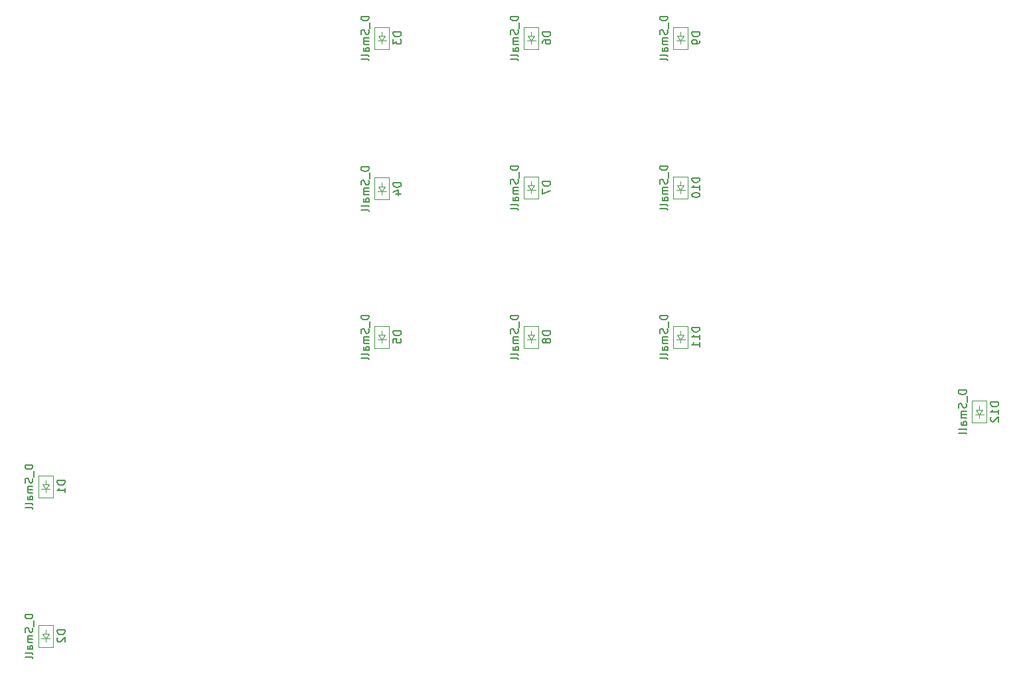
<source format=gbr>
%TF.GenerationSoftware,KiCad,Pcbnew,(5.1.9-0-10_14)*%
%TF.CreationDate,2021-04-17T16:13:15+09:00*%
%TF.ProjectId,IKIDS,494b4944-532e-46b6-9963-61645f706362,rev?*%
%TF.SameCoordinates,Original*%
%TF.FileFunction,Other,Fab,Bot*%
%FSLAX46Y46*%
G04 Gerber Fmt 4.6, Leading zero omitted, Abs format (unit mm)*
G04 Created by KiCad (PCBNEW (5.1.9-0-10_14)) date 2021-04-17 16:13:15*
%MOMM*%
%LPD*%
G01*
G04 APERTURE LIST*
%ADD10C,0.100000*%
%ADD11C,0.150000*%
G04 APERTURE END LIST*
D10*
%TO.C,D12*%
X212725000Y-115637500D02*
X212725000Y-115137500D01*
X212325000Y-115637500D02*
X212725000Y-116237500D01*
X213125000Y-115637500D02*
X212325000Y-115637500D01*
X212725000Y-116237500D02*
X213125000Y-115637500D01*
X212725000Y-116237500D02*
X212175000Y-116237500D01*
X212725000Y-116237500D02*
X213275000Y-116237500D01*
X212725000Y-116637500D02*
X212725000Y-116237500D01*
X211825000Y-117287500D02*
X213625000Y-117287500D01*
X211825000Y-114487500D02*
X211825000Y-117287500D01*
X213625000Y-114487500D02*
X211825000Y-114487500D01*
X213625000Y-117287500D02*
X213625000Y-114487500D01*
%TO.C,D11*%
X174625000Y-106112500D02*
X174625000Y-105612500D01*
X174225000Y-106112500D02*
X174625000Y-106712500D01*
X175025000Y-106112500D02*
X174225000Y-106112500D01*
X174625000Y-106712500D02*
X175025000Y-106112500D01*
X174625000Y-106712500D02*
X174075000Y-106712500D01*
X174625000Y-106712500D02*
X175175000Y-106712500D01*
X174625000Y-107112500D02*
X174625000Y-106712500D01*
X173725000Y-107762500D02*
X175525000Y-107762500D01*
X173725000Y-104962500D02*
X173725000Y-107762500D01*
X175525000Y-104962500D02*
X173725000Y-104962500D01*
X175525000Y-107762500D02*
X175525000Y-104962500D01*
%TO.C,D10*%
X174625000Y-87062500D02*
X174625000Y-86562500D01*
X174225000Y-87062500D02*
X174625000Y-87662500D01*
X175025000Y-87062500D02*
X174225000Y-87062500D01*
X174625000Y-87662500D02*
X175025000Y-87062500D01*
X174625000Y-87662500D02*
X174075000Y-87662500D01*
X174625000Y-87662500D02*
X175175000Y-87662500D01*
X174625000Y-88062500D02*
X174625000Y-87662500D01*
X173725000Y-88712500D02*
X175525000Y-88712500D01*
X173725000Y-85912500D02*
X173725000Y-88712500D01*
X175525000Y-85912500D02*
X173725000Y-85912500D01*
X175525000Y-88712500D02*
X175525000Y-85912500D01*
%TO.C,D9*%
X174625000Y-68012500D02*
X174625000Y-67512500D01*
X174225000Y-68012500D02*
X174625000Y-68612500D01*
X175025000Y-68012500D02*
X174225000Y-68012500D01*
X174625000Y-68612500D02*
X175025000Y-68012500D01*
X174625000Y-68612500D02*
X174075000Y-68612500D01*
X174625000Y-68612500D02*
X175175000Y-68612500D01*
X174625000Y-69012500D02*
X174625000Y-68612500D01*
X173725000Y-69662500D02*
X175525000Y-69662500D01*
X173725000Y-66862500D02*
X173725000Y-69662500D01*
X175525000Y-66862500D02*
X173725000Y-66862500D01*
X175525000Y-69662500D02*
X175525000Y-66862500D01*
%TO.C,D8*%
X155575000Y-106112500D02*
X155575000Y-105612500D01*
X155175000Y-106112500D02*
X155575000Y-106712500D01*
X155975000Y-106112500D02*
X155175000Y-106112500D01*
X155575000Y-106712500D02*
X155975000Y-106112500D01*
X155575000Y-106712500D02*
X155025000Y-106712500D01*
X155575000Y-106712500D02*
X156125000Y-106712500D01*
X155575000Y-107112500D02*
X155575000Y-106712500D01*
X154675000Y-107762500D02*
X156475000Y-107762500D01*
X154675000Y-104962500D02*
X154675000Y-107762500D01*
X156475000Y-104962500D02*
X154675000Y-104962500D01*
X156475000Y-107762500D02*
X156475000Y-104962500D01*
%TO.C,D7*%
X155575000Y-87062500D02*
X155575000Y-86562500D01*
X155175000Y-87062500D02*
X155575000Y-87662500D01*
X155975000Y-87062500D02*
X155175000Y-87062500D01*
X155575000Y-87662500D02*
X155975000Y-87062500D01*
X155575000Y-87662500D02*
X155025000Y-87662500D01*
X155575000Y-87662500D02*
X156125000Y-87662500D01*
X155575000Y-88062500D02*
X155575000Y-87662500D01*
X154675000Y-88712500D02*
X156475000Y-88712500D01*
X154675000Y-85912500D02*
X154675000Y-88712500D01*
X156475000Y-85912500D02*
X154675000Y-85912500D01*
X156475000Y-88712500D02*
X156475000Y-85912500D01*
%TO.C,D6*%
X155575000Y-68012500D02*
X155575000Y-67512500D01*
X155175000Y-68012500D02*
X155575000Y-68612500D01*
X155975000Y-68012500D02*
X155175000Y-68012500D01*
X155575000Y-68612500D02*
X155975000Y-68012500D01*
X155575000Y-68612500D02*
X155025000Y-68612500D01*
X155575000Y-68612500D02*
X156125000Y-68612500D01*
X155575000Y-69012500D02*
X155575000Y-68612500D01*
X154675000Y-69662500D02*
X156475000Y-69662500D01*
X154675000Y-66862500D02*
X154675000Y-69662500D01*
X156475000Y-66862500D02*
X154675000Y-66862500D01*
X156475000Y-69662500D02*
X156475000Y-66862500D01*
%TO.C,D5*%
X136525000Y-106112500D02*
X136525000Y-105612500D01*
X136125000Y-106112500D02*
X136525000Y-106712500D01*
X136925000Y-106112500D02*
X136125000Y-106112500D01*
X136525000Y-106712500D02*
X136925000Y-106112500D01*
X136525000Y-106712500D02*
X135975000Y-106712500D01*
X136525000Y-106712500D02*
X137075000Y-106712500D01*
X136525000Y-107112500D02*
X136525000Y-106712500D01*
X135625000Y-107762500D02*
X137425000Y-107762500D01*
X135625000Y-104962500D02*
X135625000Y-107762500D01*
X137425000Y-104962500D02*
X135625000Y-104962500D01*
X137425000Y-107762500D02*
X137425000Y-104962500D01*
%TO.C,D4*%
X136525000Y-87206250D02*
X136525000Y-86706250D01*
X136125000Y-87206250D02*
X136525000Y-87806250D01*
X136925000Y-87206250D02*
X136125000Y-87206250D01*
X136525000Y-87806250D02*
X136925000Y-87206250D01*
X136525000Y-87806250D02*
X135975000Y-87806250D01*
X136525000Y-87806250D02*
X137075000Y-87806250D01*
X136525000Y-88206250D02*
X136525000Y-87806250D01*
X135625000Y-88856250D02*
X137425000Y-88856250D01*
X135625000Y-86056250D02*
X135625000Y-88856250D01*
X137425000Y-86056250D02*
X135625000Y-86056250D01*
X137425000Y-88856250D02*
X137425000Y-86056250D01*
%TO.C,D3*%
X136525000Y-68012500D02*
X136525000Y-67512500D01*
X136125000Y-68012500D02*
X136525000Y-68612500D01*
X136925000Y-68012500D02*
X136125000Y-68012500D01*
X136525000Y-68612500D02*
X136925000Y-68012500D01*
X136525000Y-68612500D02*
X135975000Y-68612500D01*
X136525000Y-68612500D02*
X137075000Y-68612500D01*
X136525000Y-69012500D02*
X136525000Y-68612500D01*
X135625000Y-69662500D02*
X137425000Y-69662500D01*
X135625000Y-66862500D02*
X135625000Y-69662500D01*
X137425000Y-66862500D02*
X135625000Y-66862500D01*
X137425000Y-69662500D02*
X137425000Y-66862500D01*
%TO.C,D2*%
X93662500Y-144212500D02*
X93662500Y-143712500D01*
X93262500Y-144212500D02*
X93662500Y-144812500D01*
X94062500Y-144212500D02*
X93262500Y-144212500D01*
X93662500Y-144812500D02*
X94062500Y-144212500D01*
X93662500Y-144812500D02*
X93112500Y-144812500D01*
X93662500Y-144812500D02*
X94212500Y-144812500D01*
X93662500Y-145212500D02*
X93662500Y-144812500D01*
X92762500Y-145862500D02*
X94562500Y-145862500D01*
X92762500Y-143062500D02*
X92762500Y-145862500D01*
X94562500Y-143062500D02*
X92762500Y-143062500D01*
X94562500Y-145862500D02*
X94562500Y-143062500D01*
%TO.C,D1*%
X93662500Y-125162500D02*
X93662500Y-124662500D01*
X93262500Y-125162500D02*
X93662500Y-125762500D01*
X94062500Y-125162500D02*
X93262500Y-125162500D01*
X93662500Y-125762500D02*
X94062500Y-125162500D01*
X93662500Y-125762500D02*
X93112500Y-125762500D01*
X93662500Y-125762500D02*
X94212500Y-125762500D01*
X93662500Y-126162500D02*
X93662500Y-125762500D01*
X92762500Y-126812500D02*
X94562500Y-126812500D01*
X92762500Y-124012500D02*
X92762500Y-126812500D01*
X94562500Y-124012500D02*
X92762500Y-124012500D01*
X94562500Y-126812500D02*
X94562500Y-124012500D01*
%TD*%
%TO.C,D12*%
D11*
X211077380Y-113125595D02*
X210077380Y-113125595D01*
X210077380Y-113363690D01*
X210125000Y-113506547D01*
X210220238Y-113601785D01*
X210315476Y-113649404D01*
X210505952Y-113697023D01*
X210648809Y-113697023D01*
X210839285Y-113649404D01*
X210934523Y-113601785D01*
X211029761Y-113506547D01*
X211077380Y-113363690D01*
X211077380Y-113125595D01*
X211172619Y-113887500D02*
X211172619Y-114649404D01*
X211029761Y-114839880D02*
X211077380Y-114982738D01*
X211077380Y-115220833D01*
X211029761Y-115316071D01*
X210982142Y-115363690D01*
X210886904Y-115411309D01*
X210791666Y-115411309D01*
X210696428Y-115363690D01*
X210648809Y-115316071D01*
X210601190Y-115220833D01*
X210553571Y-115030357D01*
X210505952Y-114935119D01*
X210458333Y-114887500D01*
X210363095Y-114839880D01*
X210267857Y-114839880D01*
X210172619Y-114887500D01*
X210125000Y-114935119D01*
X210077380Y-115030357D01*
X210077380Y-115268452D01*
X210125000Y-115411309D01*
X211077380Y-115839880D02*
X210410714Y-115839880D01*
X210505952Y-115839880D02*
X210458333Y-115887500D01*
X210410714Y-115982738D01*
X210410714Y-116125595D01*
X210458333Y-116220833D01*
X210553571Y-116268452D01*
X211077380Y-116268452D01*
X210553571Y-116268452D02*
X210458333Y-116316071D01*
X210410714Y-116411309D01*
X210410714Y-116554166D01*
X210458333Y-116649404D01*
X210553571Y-116697023D01*
X211077380Y-116697023D01*
X211077380Y-117601785D02*
X210553571Y-117601785D01*
X210458333Y-117554166D01*
X210410714Y-117458928D01*
X210410714Y-117268452D01*
X210458333Y-117173214D01*
X211029761Y-117601785D02*
X211077380Y-117506547D01*
X211077380Y-117268452D01*
X211029761Y-117173214D01*
X210934523Y-117125595D01*
X210839285Y-117125595D01*
X210744047Y-117173214D01*
X210696428Y-117268452D01*
X210696428Y-117506547D01*
X210648809Y-117601785D01*
X211077380Y-118220833D02*
X211029761Y-118125595D01*
X210934523Y-118077976D01*
X210077380Y-118077976D01*
X211077380Y-118744642D02*
X211029761Y-118649404D01*
X210934523Y-118601785D01*
X210077380Y-118601785D01*
X215177380Y-114673214D02*
X214177380Y-114673214D01*
X214177380Y-114911309D01*
X214225000Y-115054166D01*
X214320238Y-115149404D01*
X214415476Y-115197023D01*
X214605952Y-115244642D01*
X214748809Y-115244642D01*
X214939285Y-115197023D01*
X215034523Y-115149404D01*
X215129761Y-115054166D01*
X215177380Y-114911309D01*
X215177380Y-114673214D01*
X215177380Y-116197023D02*
X215177380Y-115625595D01*
X215177380Y-115911309D02*
X214177380Y-115911309D01*
X214320238Y-115816071D01*
X214415476Y-115720833D01*
X214463095Y-115625595D01*
X214272619Y-116577976D02*
X214225000Y-116625595D01*
X214177380Y-116720833D01*
X214177380Y-116958928D01*
X214225000Y-117054166D01*
X214272619Y-117101785D01*
X214367857Y-117149404D01*
X214463095Y-117149404D01*
X214605952Y-117101785D01*
X215177380Y-116530357D01*
X215177380Y-117149404D01*
%TO.C,D11*%
X172977380Y-103600595D02*
X171977380Y-103600595D01*
X171977380Y-103838690D01*
X172025000Y-103981547D01*
X172120238Y-104076785D01*
X172215476Y-104124404D01*
X172405952Y-104172023D01*
X172548809Y-104172023D01*
X172739285Y-104124404D01*
X172834523Y-104076785D01*
X172929761Y-103981547D01*
X172977380Y-103838690D01*
X172977380Y-103600595D01*
X173072619Y-104362500D02*
X173072619Y-105124404D01*
X172929761Y-105314880D02*
X172977380Y-105457738D01*
X172977380Y-105695833D01*
X172929761Y-105791071D01*
X172882142Y-105838690D01*
X172786904Y-105886309D01*
X172691666Y-105886309D01*
X172596428Y-105838690D01*
X172548809Y-105791071D01*
X172501190Y-105695833D01*
X172453571Y-105505357D01*
X172405952Y-105410119D01*
X172358333Y-105362500D01*
X172263095Y-105314880D01*
X172167857Y-105314880D01*
X172072619Y-105362500D01*
X172025000Y-105410119D01*
X171977380Y-105505357D01*
X171977380Y-105743452D01*
X172025000Y-105886309D01*
X172977380Y-106314880D02*
X172310714Y-106314880D01*
X172405952Y-106314880D02*
X172358333Y-106362500D01*
X172310714Y-106457738D01*
X172310714Y-106600595D01*
X172358333Y-106695833D01*
X172453571Y-106743452D01*
X172977380Y-106743452D01*
X172453571Y-106743452D02*
X172358333Y-106791071D01*
X172310714Y-106886309D01*
X172310714Y-107029166D01*
X172358333Y-107124404D01*
X172453571Y-107172023D01*
X172977380Y-107172023D01*
X172977380Y-108076785D02*
X172453571Y-108076785D01*
X172358333Y-108029166D01*
X172310714Y-107933928D01*
X172310714Y-107743452D01*
X172358333Y-107648214D01*
X172929761Y-108076785D02*
X172977380Y-107981547D01*
X172977380Y-107743452D01*
X172929761Y-107648214D01*
X172834523Y-107600595D01*
X172739285Y-107600595D01*
X172644047Y-107648214D01*
X172596428Y-107743452D01*
X172596428Y-107981547D01*
X172548809Y-108076785D01*
X172977380Y-108695833D02*
X172929761Y-108600595D01*
X172834523Y-108552976D01*
X171977380Y-108552976D01*
X172977380Y-109219642D02*
X172929761Y-109124404D01*
X172834523Y-109076785D01*
X171977380Y-109076785D01*
X177077380Y-105148214D02*
X176077380Y-105148214D01*
X176077380Y-105386309D01*
X176125000Y-105529166D01*
X176220238Y-105624404D01*
X176315476Y-105672023D01*
X176505952Y-105719642D01*
X176648809Y-105719642D01*
X176839285Y-105672023D01*
X176934523Y-105624404D01*
X177029761Y-105529166D01*
X177077380Y-105386309D01*
X177077380Y-105148214D01*
X177077380Y-106672023D02*
X177077380Y-106100595D01*
X177077380Y-106386309D02*
X176077380Y-106386309D01*
X176220238Y-106291071D01*
X176315476Y-106195833D01*
X176363095Y-106100595D01*
X177077380Y-107624404D02*
X177077380Y-107052976D01*
X177077380Y-107338690D02*
X176077380Y-107338690D01*
X176220238Y-107243452D01*
X176315476Y-107148214D01*
X176363095Y-107052976D01*
%TO.C,D10*%
X172977380Y-84550595D02*
X171977380Y-84550595D01*
X171977380Y-84788690D01*
X172025000Y-84931547D01*
X172120238Y-85026785D01*
X172215476Y-85074404D01*
X172405952Y-85122023D01*
X172548809Y-85122023D01*
X172739285Y-85074404D01*
X172834523Y-85026785D01*
X172929761Y-84931547D01*
X172977380Y-84788690D01*
X172977380Y-84550595D01*
X173072619Y-85312500D02*
X173072619Y-86074404D01*
X172929761Y-86264880D02*
X172977380Y-86407738D01*
X172977380Y-86645833D01*
X172929761Y-86741071D01*
X172882142Y-86788690D01*
X172786904Y-86836309D01*
X172691666Y-86836309D01*
X172596428Y-86788690D01*
X172548809Y-86741071D01*
X172501190Y-86645833D01*
X172453571Y-86455357D01*
X172405952Y-86360119D01*
X172358333Y-86312500D01*
X172263095Y-86264880D01*
X172167857Y-86264880D01*
X172072619Y-86312500D01*
X172025000Y-86360119D01*
X171977380Y-86455357D01*
X171977380Y-86693452D01*
X172025000Y-86836309D01*
X172977380Y-87264880D02*
X172310714Y-87264880D01*
X172405952Y-87264880D02*
X172358333Y-87312500D01*
X172310714Y-87407738D01*
X172310714Y-87550595D01*
X172358333Y-87645833D01*
X172453571Y-87693452D01*
X172977380Y-87693452D01*
X172453571Y-87693452D02*
X172358333Y-87741071D01*
X172310714Y-87836309D01*
X172310714Y-87979166D01*
X172358333Y-88074404D01*
X172453571Y-88122023D01*
X172977380Y-88122023D01*
X172977380Y-89026785D02*
X172453571Y-89026785D01*
X172358333Y-88979166D01*
X172310714Y-88883928D01*
X172310714Y-88693452D01*
X172358333Y-88598214D01*
X172929761Y-89026785D02*
X172977380Y-88931547D01*
X172977380Y-88693452D01*
X172929761Y-88598214D01*
X172834523Y-88550595D01*
X172739285Y-88550595D01*
X172644047Y-88598214D01*
X172596428Y-88693452D01*
X172596428Y-88931547D01*
X172548809Y-89026785D01*
X172977380Y-89645833D02*
X172929761Y-89550595D01*
X172834523Y-89502976D01*
X171977380Y-89502976D01*
X172977380Y-90169642D02*
X172929761Y-90074404D01*
X172834523Y-90026785D01*
X171977380Y-90026785D01*
X177077380Y-86098214D02*
X176077380Y-86098214D01*
X176077380Y-86336309D01*
X176125000Y-86479166D01*
X176220238Y-86574404D01*
X176315476Y-86622023D01*
X176505952Y-86669642D01*
X176648809Y-86669642D01*
X176839285Y-86622023D01*
X176934523Y-86574404D01*
X177029761Y-86479166D01*
X177077380Y-86336309D01*
X177077380Y-86098214D01*
X177077380Y-87622023D02*
X177077380Y-87050595D01*
X177077380Y-87336309D02*
X176077380Y-87336309D01*
X176220238Y-87241071D01*
X176315476Y-87145833D01*
X176363095Y-87050595D01*
X176077380Y-88241071D02*
X176077380Y-88336309D01*
X176125000Y-88431547D01*
X176172619Y-88479166D01*
X176267857Y-88526785D01*
X176458333Y-88574404D01*
X176696428Y-88574404D01*
X176886904Y-88526785D01*
X176982142Y-88479166D01*
X177029761Y-88431547D01*
X177077380Y-88336309D01*
X177077380Y-88241071D01*
X177029761Y-88145833D01*
X176982142Y-88098214D01*
X176886904Y-88050595D01*
X176696428Y-88002976D01*
X176458333Y-88002976D01*
X176267857Y-88050595D01*
X176172619Y-88098214D01*
X176125000Y-88145833D01*
X176077380Y-88241071D01*
%TO.C,D9*%
X172977380Y-65500595D02*
X171977380Y-65500595D01*
X171977380Y-65738690D01*
X172025000Y-65881547D01*
X172120238Y-65976785D01*
X172215476Y-66024404D01*
X172405952Y-66072023D01*
X172548809Y-66072023D01*
X172739285Y-66024404D01*
X172834523Y-65976785D01*
X172929761Y-65881547D01*
X172977380Y-65738690D01*
X172977380Y-65500595D01*
X173072619Y-66262500D02*
X173072619Y-67024404D01*
X172929761Y-67214880D02*
X172977380Y-67357738D01*
X172977380Y-67595833D01*
X172929761Y-67691071D01*
X172882142Y-67738690D01*
X172786904Y-67786309D01*
X172691666Y-67786309D01*
X172596428Y-67738690D01*
X172548809Y-67691071D01*
X172501190Y-67595833D01*
X172453571Y-67405357D01*
X172405952Y-67310119D01*
X172358333Y-67262500D01*
X172263095Y-67214880D01*
X172167857Y-67214880D01*
X172072619Y-67262500D01*
X172025000Y-67310119D01*
X171977380Y-67405357D01*
X171977380Y-67643452D01*
X172025000Y-67786309D01*
X172977380Y-68214880D02*
X172310714Y-68214880D01*
X172405952Y-68214880D02*
X172358333Y-68262500D01*
X172310714Y-68357738D01*
X172310714Y-68500595D01*
X172358333Y-68595833D01*
X172453571Y-68643452D01*
X172977380Y-68643452D01*
X172453571Y-68643452D02*
X172358333Y-68691071D01*
X172310714Y-68786309D01*
X172310714Y-68929166D01*
X172358333Y-69024404D01*
X172453571Y-69072023D01*
X172977380Y-69072023D01*
X172977380Y-69976785D02*
X172453571Y-69976785D01*
X172358333Y-69929166D01*
X172310714Y-69833928D01*
X172310714Y-69643452D01*
X172358333Y-69548214D01*
X172929761Y-69976785D02*
X172977380Y-69881547D01*
X172977380Y-69643452D01*
X172929761Y-69548214D01*
X172834523Y-69500595D01*
X172739285Y-69500595D01*
X172644047Y-69548214D01*
X172596428Y-69643452D01*
X172596428Y-69881547D01*
X172548809Y-69976785D01*
X172977380Y-70595833D02*
X172929761Y-70500595D01*
X172834523Y-70452976D01*
X171977380Y-70452976D01*
X172977380Y-71119642D02*
X172929761Y-71024404D01*
X172834523Y-70976785D01*
X171977380Y-70976785D01*
X177077380Y-67524404D02*
X176077380Y-67524404D01*
X176077380Y-67762500D01*
X176125000Y-67905357D01*
X176220238Y-68000595D01*
X176315476Y-68048214D01*
X176505952Y-68095833D01*
X176648809Y-68095833D01*
X176839285Y-68048214D01*
X176934523Y-68000595D01*
X177029761Y-67905357D01*
X177077380Y-67762500D01*
X177077380Y-67524404D01*
X177077380Y-68572023D02*
X177077380Y-68762500D01*
X177029761Y-68857738D01*
X176982142Y-68905357D01*
X176839285Y-69000595D01*
X176648809Y-69048214D01*
X176267857Y-69048214D01*
X176172619Y-69000595D01*
X176125000Y-68952976D01*
X176077380Y-68857738D01*
X176077380Y-68667261D01*
X176125000Y-68572023D01*
X176172619Y-68524404D01*
X176267857Y-68476785D01*
X176505952Y-68476785D01*
X176601190Y-68524404D01*
X176648809Y-68572023D01*
X176696428Y-68667261D01*
X176696428Y-68857738D01*
X176648809Y-68952976D01*
X176601190Y-69000595D01*
X176505952Y-69048214D01*
%TO.C,D8*%
X153927380Y-103600595D02*
X152927380Y-103600595D01*
X152927380Y-103838690D01*
X152975000Y-103981547D01*
X153070238Y-104076785D01*
X153165476Y-104124404D01*
X153355952Y-104172023D01*
X153498809Y-104172023D01*
X153689285Y-104124404D01*
X153784523Y-104076785D01*
X153879761Y-103981547D01*
X153927380Y-103838690D01*
X153927380Y-103600595D01*
X154022619Y-104362500D02*
X154022619Y-105124404D01*
X153879761Y-105314880D02*
X153927380Y-105457738D01*
X153927380Y-105695833D01*
X153879761Y-105791071D01*
X153832142Y-105838690D01*
X153736904Y-105886309D01*
X153641666Y-105886309D01*
X153546428Y-105838690D01*
X153498809Y-105791071D01*
X153451190Y-105695833D01*
X153403571Y-105505357D01*
X153355952Y-105410119D01*
X153308333Y-105362500D01*
X153213095Y-105314880D01*
X153117857Y-105314880D01*
X153022619Y-105362500D01*
X152975000Y-105410119D01*
X152927380Y-105505357D01*
X152927380Y-105743452D01*
X152975000Y-105886309D01*
X153927380Y-106314880D02*
X153260714Y-106314880D01*
X153355952Y-106314880D02*
X153308333Y-106362500D01*
X153260714Y-106457738D01*
X153260714Y-106600595D01*
X153308333Y-106695833D01*
X153403571Y-106743452D01*
X153927380Y-106743452D01*
X153403571Y-106743452D02*
X153308333Y-106791071D01*
X153260714Y-106886309D01*
X153260714Y-107029166D01*
X153308333Y-107124404D01*
X153403571Y-107172023D01*
X153927380Y-107172023D01*
X153927380Y-108076785D02*
X153403571Y-108076785D01*
X153308333Y-108029166D01*
X153260714Y-107933928D01*
X153260714Y-107743452D01*
X153308333Y-107648214D01*
X153879761Y-108076785D02*
X153927380Y-107981547D01*
X153927380Y-107743452D01*
X153879761Y-107648214D01*
X153784523Y-107600595D01*
X153689285Y-107600595D01*
X153594047Y-107648214D01*
X153546428Y-107743452D01*
X153546428Y-107981547D01*
X153498809Y-108076785D01*
X153927380Y-108695833D02*
X153879761Y-108600595D01*
X153784523Y-108552976D01*
X152927380Y-108552976D01*
X153927380Y-109219642D02*
X153879761Y-109124404D01*
X153784523Y-109076785D01*
X152927380Y-109076785D01*
X158027380Y-105624404D02*
X157027380Y-105624404D01*
X157027380Y-105862500D01*
X157075000Y-106005357D01*
X157170238Y-106100595D01*
X157265476Y-106148214D01*
X157455952Y-106195833D01*
X157598809Y-106195833D01*
X157789285Y-106148214D01*
X157884523Y-106100595D01*
X157979761Y-106005357D01*
X158027380Y-105862500D01*
X158027380Y-105624404D01*
X157455952Y-106767261D02*
X157408333Y-106672023D01*
X157360714Y-106624404D01*
X157265476Y-106576785D01*
X157217857Y-106576785D01*
X157122619Y-106624404D01*
X157075000Y-106672023D01*
X157027380Y-106767261D01*
X157027380Y-106957738D01*
X157075000Y-107052976D01*
X157122619Y-107100595D01*
X157217857Y-107148214D01*
X157265476Y-107148214D01*
X157360714Y-107100595D01*
X157408333Y-107052976D01*
X157455952Y-106957738D01*
X157455952Y-106767261D01*
X157503571Y-106672023D01*
X157551190Y-106624404D01*
X157646428Y-106576785D01*
X157836904Y-106576785D01*
X157932142Y-106624404D01*
X157979761Y-106672023D01*
X158027380Y-106767261D01*
X158027380Y-106957738D01*
X157979761Y-107052976D01*
X157932142Y-107100595D01*
X157836904Y-107148214D01*
X157646428Y-107148214D01*
X157551190Y-107100595D01*
X157503571Y-107052976D01*
X157455952Y-106957738D01*
%TO.C,D7*%
X153927380Y-84550595D02*
X152927380Y-84550595D01*
X152927380Y-84788690D01*
X152975000Y-84931547D01*
X153070238Y-85026785D01*
X153165476Y-85074404D01*
X153355952Y-85122023D01*
X153498809Y-85122023D01*
X153689285Y-85074404D01*
X153784523Y-85026785D01*
X153879761Y-84931547D01*
X153927380Y-84788690D01*
X153927380Y-84550595D01*
X154022619Y-85312500D02*
X154022619Y-86074404D01*
X153879761Y-86264880D02*
X153927380Y-86407738D01*
X153927380Y-86645833D01*
X153879761Y-86741071D01*
X153832142Y-86788690D01*
X153736904Y-86836309D01*
X153641666Y-86836309D01*
X153546428Y-86788690D01*
X153498809Y-86741071D01*
X153451190Y-86645833D01*
X153403571Y-86455357D01*
X153355952Y-86360119D01*
X153308333Y-86312500D01*
X153213095Y-86264880D01*
X153117857Y-86264880D01*
X153022619Y-86312500D01*
X152975000Y-86360119D01*
X152927380Y-86455357D01*
X152927380Y-86693452D01*
X152975000Y-86836309D01*
X153927380Y-87264880D02*
X153260714Y-87264880D01*
X153355952Y-87264880D02*
X153308333Y-87312500D01*
X153260714Y-87407738D01*
X153260714Y-87550595D01*
X153308333Y-87645833D01*
X153403571Y-87693452D01*
X153927380Y-87693452D01*
X153403571Y-87693452D02*
X153308333Y-87741071D01*
X153260714Y-87836309D01*
X153260714Y-87979166D01*
X153308333Y-88074404D01*
X153403571Y-88122023D01*
X153927380Y-88122023D01*
X153927380Y-89026785D02*
X153403571Y-89026785D01*
X153308333Y-88979166D01*
X153260714Y-88883928D01*
X153260714Y-88693452D01*
X153308333Y-88598214D01*
X153879761Y-89026785D02*
X153927380Y-88931547D01*
X153927380Y-88693452D01*
X153879761Y-88598214D01*
X153784523Y-88550595D01*
X153689285Y-88550595D01*
X153594047Y-88598214D01*
X153546428Y-88693452D01*
X153546428Y-88931547D01*
X153498809Y-89026785D01*
X153927380Y-89645833D02*
X153879761Y-89550595D01*
X153784523Y-89502976D01*
X152927380Y-89502976D01*
X153927380Y-90169642D02*
X153879761Y-90074404D01*
X153784523Y-90026785D01*
X152927380Y-90026785D01*
X158027380Y-86574404D02*
X157027380Y-86574404D01*
X157027380Y-86812500D01*
X157075000Y-86955357D01*
X157170238Y-87050595D01*
X157265476Y-87098214D01*
X157455952Y-87145833D01*
X157598809Y-87145833D01*
X157789285Y-87098214D01*
X157884523Y-87050595D01*
X157979761Y-86955357D01*
X158027380Y-86812500D01*
X158027380Y-86574404D01*
X157027380Y-87479166D02*
X157027380Y-88145833D01*
X158027380Y-87717261D01*
%TO.C,D6*%
X153927380Y-65500595D02*
X152927380Y-65500595D01*
X152927380Y-65738690D01*
X152975000Y-65881547D01*
X153070238Y-65976785D01*
X153165476Y-66024404D01*
X153355952Y-66072023D01*
X153498809Y-66072023D01*
X153689285Y-66024404D01*
X153784523Y-65976785D01*
X153879761Y-65881547D01*
X153927380Y-65738690D01*
X153927380Y-65500595D01*
X154022619Y-66262500D02*
X154022619Y-67024404D01*
X153879761Y-67214880D02*
X153927380Y-67357738D01*
X153927380Y-67595833D01*
X153879761Y-67691071D01*
X153832142Y-67738690D01*
X153736904Y-67786309D01*
X153641666Y-67786309D01*
X153546428Y-67738690D01*
X153498809Y-67691071D01*
X153451190Y-67595833D01*
X153403571Y-67405357D01*
X153355952Y-67310119D01*
X153308333Y-67262500D01*
X153213095Y-67214880D01*
X153117857Y-67214880D01*
X153022619Y-67262500D01*
X152975000Y-67310119D01*
X152927380Y-67405357D01*
X152927380Y-67643452D01*
X152975000Y-67786309D01*
X153927380Y-68214880D02*
X153260714Y-68214880D01*
X153355952Y-68214880D02*
X153308333Y-68262500D01*
X153260714Y-68357738D01*
X153260714Y-68500595D01*
X153308333Y-68595833D01*
X153403571Y-68643452D01*
X153927380Y-68643452D01*
X153403571Y-68643452D02*
X153308333Y-68691071D01*
X153260714Y-68786309D01*
X153260714Y-68929166D01*
X153308333Y-69024404D01*
X153403571Y-69072023D01*
X153927380Y-69072023D01*
X153927380Y-69976785D02*
X153403571Y-69976785D01*
X153308333Y-69929166D01*
X153260714Y-69833928D01*
X153260714Y-69643452D01*
X153308333Y-69548214D01*
X153879761Y-69976785D02*
X153927380Y-69881547D01*
X153927380Y-69643452D01*
X153879761Y-69548214D01*
X153784523Y-69500595D01*
X153689285Y-69500595D01*
X153594047Y-69548214D01*
X153546428Y-69643452D01*
X153546428Y-69881547D01*
X153498809Y-69976785D01*
X153927380Y-70595833D02*
X153879761Y-70500595D01*
X153784523Y-70452976D01*
X152927380Y-70452976D01*
X153927380Y-71119642D02*
X153879761Y-71024404D01*
X153784523Y-70976785D01*
X152927380Y-70976785D01*
X158027380Y-67524404D02*
X157027380Y-67524404D01*
X157027380Y-67762500D01*
X157075000Y-67905357D01*
X157170238Y-68000595D01*
X157265476Y-68048214D01*
X157455952Y-68095833D01*
X157598809Y-68095833D01*
X157789285Y-68048214D01*
X157884523Y-68000595D01*
X157979761Y-67905357D01*
X158027380Y-67762500D01*
X158027380Y-67524404D01*
X157027380Y-68952976D02*
X157027380Y-68762500D01*
X157075000Y-68667261D01*
X157122619Y-68619642D01*
X157265476Y-68524404D01*
X157455952Y-68476785D01*
X157836904Y-68476785D01*
X157932142Y-68524404D01*
X157979761Y-68572023D01*
X158027380Y-68667261D01*
X158027380Y-68857738D01*
X157979761Y-68952976D01*
X157932142Y-69000595D01*
X157836904Y-69048214D01*
X157598809Y-69048214D01*
X157503571Y-69000595D01*
X157455952Y-68952976D01*
X157408333Y-68857738D01*
X157408333Y-68667261D01*
X157455952Y-68572023D01*
X157503571Y-68524404D01*
X157598809Y-68476785D01*
%TO.C,D5*%
X134877380Y-103600595D02*
X133877380Y-103600595D01*
X133877380Y-103838690D01*
X133925000Y-103981547D01*
X134020238Y-104076785D01*
X134115476Y-104124404D01*
X134305952Y-104172023D01*
X134448809Y-104172023D01*
X134639285Y-104124404D01*
X134734523Y-104076785D01*
X134829761Y-103981547D01*
X134877380Y-103838690D01*
X134877380Y-103600595D01*
X134972619Y-104362500D02*
X134972619Y-105124404D01*
X134829761Y-105314880D02*
X134877380Y-105457738D01*
X134877380Y-105695833D01*
X134829761Y-105791071D01*
X134782142Y-105838690D01*
X134686904Y-105886309D01*
X134591666Y-105886309D01*
X134496428Y-105838690D01*
X134448809Y-105791071D01*
X134401190Y-105695833D01*
X134353571Y-105505357D01*
X134305952Y-105410119D01*
X134258333Y-105362500D01*
X134163095Y-105314880D01*
X134067857Y-105314880D01*
X133972619Y-105362500D01*
X133925000Y-105410119D01*
X133877380Y-105505357D01*
X133877380Y-105743452D01*
X133925000Y-105886309D01*
X134877380Y-106314880D02*
X134210714Y-106314880D01*
X134305952Y-106314880D02*
X134258333Y-106362500D01*
X134210714Y-106457738D01*
X134210714Y-106600595D01*
X134258333Y-106695833D01*
X134353571Y-106743452D01*
X134877380Y-106743452D01*
X134353571Y-106743452D02*
X134258333Y-106791071D01*
X134210714Y-106886309D01*
X134210714Y-107029166D01*
X134258333Y-107124404D01*
X134353571Y-107172023D01*
X134877380Y-107172023D01*
X134877380Y-108076785D02*
X134353571Y-108076785D01*
X134258333Y-108029166D01*
X134210714Y-107933928D01*
X134210714Y-107743452D01*
X134258333Y-107648214D01*
X134829761Y-108076785D02*
X134877380Y-107981547D01*
X134877380Y-107743452D01*
X134829761Y-107648214D01*
X134734523Y-107600595D01*
X134639285Y-107600595D01*
X134544047Y-107648214D01*
X134496428Y-107743452D01*
X134496428Y-107981547D01*
X134448809Y-108076785D01*
X134877380Y-108695833D02*
X134829761Y-108600595D01*
X134734523Y-108552976D01*
X133877380Y-108552976D01*
X134877380Y-109219642D02*
X134829761Y-109124404D01*
X134734523Y-109076785D01*
X133877380Y-109076785D01*
X138977380Y-105624404D02*
X137977380Y-105624404D01*
X137977380Y-105862500D01*
X138025000Y-106005357D01*
X138120238Y-106100595D01*
X138215476Y-106148214D01*
X138405952Y-106195833D01*
X138548809Y-106195833D01*
X138739285Y-106148214D01*
X138834523Y-106100595D01*
X138929761Y-106005357D01*
X138977380Y-105862500D01*
X138977380Y-105624404D01*
X137977380Y-107100595D02*
X137977380Y-106624404D01*
X138453571Y-106576785D01*
X138405952Y-106624404D01*
X138358333Y-106719642D01*
X138358333Y-106957738D01*
X138405952Y-107052976D01*
X138453571Y-107100595D01*
X138548809Y-107148214D01*
X138786904Y-107148214D01*
X138882142Y-107100595D01*
X138929761Y-107052976D01*
X138977380Y-106957738D01*
X138977380Y-106719642D01*
X138929761Y-106624404D01*
X138882142Y-106576785D01*
%TO.C,D4*%
X134877380Y-84694345D02*
X133877380Y-84694345D01*
X133877380Y-84932440D01*
X133925000Y-85075297D01*
X134020238Y-85170535D01*
X134115476Y-85218154D01*
X134305952Y-85265773D01*
X134448809Y-85265773D01*
X134639285Y-85218154D01*
X134734523Y-85170535D01*
X134829761Y-85075297D01*
X134877380Y-84932440D01*
X134877380Y-84694345D01*
X134972619Y-85456250D02*
X134972619Y-86218154D01*
X134829761Y-86408630D02*
X134877380Y-86551488D01*
X134877380Y-86789583D01*
X134829761Y-86884821D01*
X134782142Y-86932440D01*
X134686904Y-86980059D01*
X134591666Y-86980059D01*
X134496428Y-86932440D01*
X134448809Y-86884821D01*
X134401190Y-86789583D01*
X134353571Y-86599107D01*
X134305952Y-86503869D01*
X134258333Y-86456250D01*
X134163095Y-86408630D01*
X134067857Y-86408630D01*
X133972619Y-86456250D01*
X133925000Y-86503869D01*
X133877380Y-86599107D01*
X133877380Y-86837202D01*
X133925000Y-86980059D01*
X134877380Y-87408630D02*
X134210714Y-87408630D01*
X134305952Y-87408630D02*
X134258333Y-87456250D01*
X134210714Y-87551488D01*
X134210714Y-87694345D01*
X134258333Y-87789583D01*
X134353571Y-87837202D01*
X134877380Y-87837202D01*
X134353571Y-87837202D02*
X134258333Y-87884821D01*
X134210714Y-87980059D01*
X134210714Y-88122916D01*
X134258333Y-88218154D01*
X134353571Y-88265773D01*
X134877380Y-88265773D01*
X134877380Y-89170535D02*
X134353571Y-89170535D01*
X134258333Y-89122916D01*
X134210714Y-89027678D01*
X134210714Y-88837202D01*
X134258333Y-88741964D01*
X134829761Y-89170535D02*
X134877380Y-89075297D01*
X134877380Y-88837202D01*
X134829761Y-88741964D01*
X134734523Y-88694345D01*
X134639285Y-88694345D01*
X134544047Y-88741964D01*
X134496428Y-88837202D01*
X134496428Y-89075297D01*
X134448809Y-89170535D01*
X134877380Y-89789583D02*
X134829761Y-89694345D01*
X134734523Y-89646726D01*
X133877380Y-89646726D01*
X134877380Y-90313392D02*
X134829761Y-90218154D01*
X134734523Y-90170535D01*
X133877380Y-90170535D01*
X138977380Y-86718154D02*
X137977380Y-86718154D01*
X137977380Y-86956250D01*
X138025000Y-87099107D01*
X138120238Y-87194345D01*
X138215476Y-87241964D01*
X138405952Y-87289583D01*
X138548809Y-87289583D01*
X138739285Y-87241964D01*
X138834523Y-87194345D01*
X138929761Y-87099107D01*
X138977380Y-86956250D01*
X138977380Y-86718154D01*
X138310714Y-88146726D02*
X138977380Y-88146726D01*
X137929761Y-87908630D02*
X138644047Y-87670535D01*
X138644047Y-88289583D01*
%TO.C,D3*%
X134877380Y-65500595D02*
X133877380Y-65500595D01*
X133877380Y-65738690D01*
X133925000Y-65881547D01*
X134020238Y-65976785D01*
X134115476Y-66024404D01*
X134305952Y-66072023D01*
X134448809Y-66072023D01*
X134639285Y-66024404D01*
X134734523Y-65976785D01*
X134829761Y-65881547D01*
X134877380Y-65738690D01*
X134877380Y-65500595D01*
X134972619Y-66262500D02*
X134972619Y-67024404D01*
X134829761Y-67214880D02*
X134877380Y-67357738D01*
X134877380Y-67595833D01*
X134829761Y-67691071D01*
X134782142Y-67738690D01*
X134686904Y-67786309D01*
X134591666Y-67786309D01*
X134496428Y-67738690D01*
X134448809Y-67691071D01*
X134401190Y-67595833D01*
X134353571Y-67405357D01*
X134305952Y-67310119D01*
X134258333Y-67262500D01*
X134163095Y-67214880D01*
X134067857Y-67214880D01*
X133972619Y-67262500D01*
X133925000Y-67310119D01*
X133877380Y-67405357D01*
X133877380Y-67643452D01*
X133925000Y-67786309D01*
X134877380Y-68214880D02*
X134210714Y-68214880D01*
X134305952Y-68214880D02*
X134258333Y-68262500D01*
X134210714Y-68357738D01*
X134210714Y-68500595D01*
X134258333Y-68595833D01*
X134353571Y-68643452D01*
X134877380Y-68643452D01*
X134353571Y-68643452D02*
X134258333Y-68691071D01*
X134210714Y-68786309D01*
X134210714Y-68929166D01*
X134258333Y-69024404D01*
X134353571Y-69072023D01*
X134877380Y-69072023D01*
X134877380Y-69976785D02*
X134353571Y-69976785D01*
X134258333Y-69929166D01*
X134210714Y-69833928D01*
X134210714Y-69643452D01*
X134258333Y-69548214D01*
X134829761Y-69976785D02*
X134877380Y-69881547D01*
X134877380Y-69643452D01*
X134829761Y-69548214D01*
X134734523Y-69500595D01*
X134639285Y-69500595D01*
X134544047Y-69548214D01*
X134496428Y-69643452D01*
X134496428Y-69881547D01*
X134448809Y-69976785D01*
X134877380Y-70595833D02*
X134829761Y-70500595D01*
X134734523Y-70452976D01*
X133877380Y-70452976D01*
X134877380Y-71119642D02*
X134829761Y-71024404D01*
X134734523Y-70976785D01*
X133877380Y-70976785D01*
X138977380Y-67524404D02*
X137977380Y-67524404D01*
X137977380Y-67762500D01*
X138025000Y-67905357D01*
X138120238Y-68000595D01*
X138215476Y-68048214D01*
X138405952Y-68095833D01*
X138548809Y-68095833D01*
X138739285Y-68048214D01*
X138834523Y-68000595D01*
X138929761Y-67905357D01*
X138977380Y-67762500D01*
X138977380Y-67524404D01*
X137977380Y-68429166D02*
X137977380Y-69048214D01*
X138358333Y-68714880D01*
X138358333Y-68857738D01*
X138405952Y-68952976D01*
X138453571Y-69000595D01*
X138548809Y-69048214D01*
X138786904Y-69048214D01*
X138882142Y-69000595D01*
X138929761Y-68952976D01*
X138977380Y-68857738D01*
X138977380Y-68572023D01*
X138929761Y-68476785D01*
X138882142Y-68429166D01*
%TO.C,D2*%
X92014880Y-141700595D02*
X91014880Y-141700595D01*
X91014880Y-141938690D01*
X91062500Y-142081547D01*
X91157738Y-142176785D01*
X91252976Y-142224404D01*
X91443452Y-142272023D01*
X91586309Y-142272023D01*
X91776785Y-142224404D01*
X91872023Y-142176785D01*
X91967261Y-142081547D01*
X92014880Y-141938690D01*
X92014880Y-141700595D01*
X92110119Y-142462500D02*
X92110119Y-143224404D01*
X91967261Y-143414880D02*
X92014880Y-143557738D01*
X92014880Y-143795833D01*
X91967261Y-143891071D01*
X91919642Y-143938690D01*
X91824404Y-143986309D01*
X91729166Y-143986309D01*
X91633928Y-143938690D01*
X91586309Y-143891071D01*
X91538690Y-143795833D01*
X91491071Y-143605357D01*
X91443452Y-143510119D01*
X91395833Y-143462500D01*
X91300595Y-143414880D01*
X91205357Y-143414880D01*
X91110119Y-143462500D01*
X91062500Y-143510119D01*
X91014880Y-143605357D01*
X91014880Y-143843452D01*
X91062500Y-143986309D01*
X92014880Y-144414880D02*
X91348214Y-144414880D01*
X91443452Y-144414880D02*
X91395833Y-144462500D01*
X91348214Y-144557738D01*
X91348214Y-144700595D01*
X91395833Y-144795833D01*
X91491071Y-144843452D01*
X92014880Y-144843452D01*
X91491071Y-144843452D02*
X91395833Y-144891071D01*
X91348214Y-144986309D01*
X91348214Y-145129166D01*
X91395833Y-145224404D01*
X91491071Y-145272023D01*
X92014880Y-145272023D01*
X92014880Y-146176785D02*
X91491071Y-146176785D01*
X91395833Y-146129166D01*
X91348214Y-146033928D01*
X91348214Y-145843452D01*
X91395833Y-145748214D01*
X91967261Y-146176785D02*
X92014880Y-146081547D01*
X92014880Y-145843452D01*
X91967261Y-145748214D01*
X91872023Y-145700595D01*
X91776785Y-145700595D01*
X91681547Y-145748214D01*
X91633928Y-145843452D01*
X91633928Y-146081547D01*
X91586309Y-146176785D01*
X92014880Y-146795833D02*
X91967261Y-146700595D01*
X91872023Y-146652976D01*
X91014880Y-146652976D01*
X92014880Y-147319642D02*
X91967261Y-147224404D01*
X91872023Y-147176785D01*
X91014880Y-147176785D01*
X96114880Y-143724404D02*
X95114880Y-143724404D01*
X95114880Y-143962500D01*
X95162500Y-144105357D01*
X95257738Y-144200595D01*
X95352976Y-144248214D01*
X95543452Y-144295833D01*
X95686309Y-144295833D01*
X95876785Y-144248214D01*
X95972023Y-144200595D01*
X96067261Y-144105357D01*
X96114880Y-143962500D01*
X96114880Y-143724404D01*
X95210119Y-144676785D02*
X95162500Y-144724404D01*
X95114880Y-144819642D01*
X95114880Y-145057738D01*
X95162500Y-145152976D01*
X95210119Y-145200595D01*
X95305357Y-145248214D01*
X95400595Y-145248214D01*
X95543452Y-145200595D01*
X96114880Y-144629166D01*
X96114880Y-145248214D01*
%TO.C,D1*%
X92014880Y-122650595D02*
X91014880Y-122650595D01*
X91014880Y-122888690D01*
X91062500Y-123031547D01*
X91157738Y-123126785D01*
X91252976Y-123174404D01*
X91443452Y-123222023D01*
X91586309Y-123222023D01*
X91776785Y-123174404D01*
X91872023Y-123126785D01*
X91967261Y-123031547D01*
X92014880Y-122888690D01*
X92014880Y-122650595D01*
X92110119Y-123412500D02*
X92110119Y-124174404D01*
X91967261Y-124364880D02*
X92014880Y-124507738D01*
X92014880Y-124745833D01*
X91967261Y-124841071D01*
X91919642Y-124888690D01*
X91824404Y-124936309D01*
X91729166Y-124936309D01*
X91633928Y-124888690D01*
X91586309Y-124841071D01*
X91538690Y-124745833D01*
X91491071Y-124555357D01*
X91443452Y-124460119D01*
X91395833Y-124412500D01*
X91300595Y-124364880D01*
X91205357Y-124364880D01*
X91110119Y-124412500D01*
X91062500Y-124460119D01*
X91014880Y-124555357D01*
X91014880Y-124793452D01*
X91062500Y-124936309D01*
X92014880Y-125364880D02*
X91348214Y-125364880D01*
X91443452Y-125364880D02*
X91395833Y-125412500D01*
X91348214Y-125507738D01*
X91348214Y-125650595D01*
X91395833Y-125745833D01*
X91491071Y-125793452D01*
X92014880Y-125793452D01*
X91491071Y-125793452D02*
X91395833Y-125841071D01*
X91348214Y-125936309D01*
X91348214Y-126079166D01*
X91395833Y-126174404D01*
X91491071Y-126222023D01*
X92014880Y-126222023D01*
X92014880Y-127126785D02*
X91491071Y-127126785D01*
X91395833Y-127079166D01*
X91348214Y-126983928D01*
X91348214Y-126793452D01*
X91395833Y-126698214D01*
X91967261Y-127126785D02*
X92014880Y-127031547D01*
X92014880Y-126793452D01*
X91967261Y-126698214D01*
X91872023Y-126650595D01*
X91776785Y-126650595D01*
X91681547Y-126698214D01*
X91633928Y-126793452D01*
X91633928Y-127031547D01*
X91586309Y-127126785D01*
X92014880Y-127745833D02*
X91967261Y-127650595D01*
X91872023Y-127602976D01*
X91014880Y-127602976D01*
X92014880Y-128269642D02*
X91967261Y-128174404D01*
X91872023Y-128126785D01*
X91014880Y-128126785D01*
X96114880Y-124674404D02*
X95114880Y-124674404D01*
X95114880Y-124912500D01*
X95162500Y-125055357D01*
X95257738Y-125150595D01*
X95352976Y-125198214D01*
X95543452Y-125245833D01*
X95686309Y-125245833D01*
X95876785Y-125198214D01*
X95972023Y-125150595D01*
X96067261Y-125055357D01*
X96114880Y-124912500D01*
X96114880Y-124674404D01*
X96114880Y-126198214D02*
X96114880Y-125626785D01*
X96114880Y-125912500D02*
X95114880Y-125912500D01*
X95257738Y-125817261D01*
X95352976Y-125722023D01*
X95400595Y-125626785D01*
%TD*%
M02*

</source>
